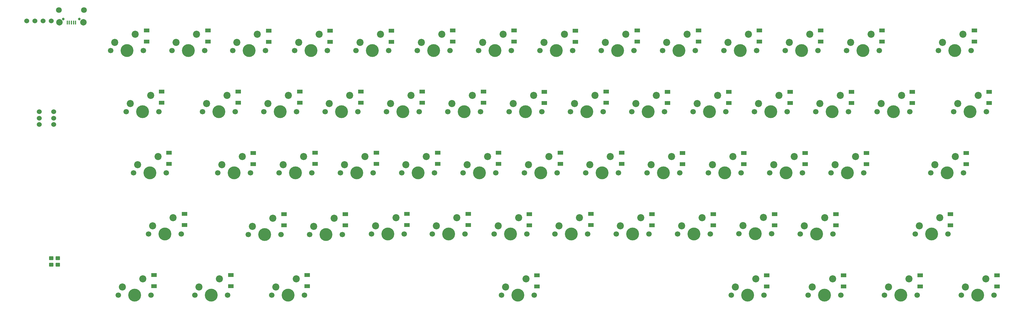
<source format=gbr>
%TF.GenerationSoftware,KiCad,Pcbnew,(6.0.7)*%
%TF.CreationDate,2022-09-03T19:18:48+08:00*%
%TF.ProjectId,Joker60_v2,4a6f6b65-7236-4305-9f76-322e6b696361,1.0*%
%TF.SameCoordinates,Original*%
%TF.FileFunction,Soldermask,Bot*%
%TF.FilePolarity,Negative*%
%FSLAX46Y46*%
G04 Gerber Fmt 4.6, Leading zero omitted, Abs format (unit mm)*
G04 Created by KiCad (PCBNEW (6.0.7)) date 2022-09-03 19:18:48*
%MOMM*%
%LPD*%
G01*
G04 APERTURE LIST*
G04 Aperture macros list*
%AMRoundRect*
0 Rectangle with rounded corners*
0 $1 Rounding radius*
0 $2 $3 $4 $5 $6 $7 $8 $9 X,Y pos of 4 corners*
0 Add a 4 corners polygon primitive as box body*
4,1,4,$2,$3,$4,$5,$6,$7,$8,$9,$2,$3,0*
0 Add four circle primitives for the rounded corners*
1,1,$1+$1,$2,$3*
1,1,$1+$1,$4,$5*
1,1,$1+$1,$6,$7*
1,1,$1+$1,$8,$9*
0 Add four rect primitives between the rounded corners*
20,1,$1+$1,$2,$3,$4,$5,0*
20,1,$1+$1,$4,$5,$6,$7,0*
20,1,$1+$1,$6,$7,$8,$9,0*
20,1,$1+$1,$8,$9,$2,$3,0*%
G04 Aperture macros list end*
%ADD10C,1.524000*%
%ADD11RoundRect,0.250000X0.450000X-0.350000X0.450000X0.350000X-0.450000X0.350000X-0.450000X-0.350000X0*%
%ADD12RoundRect,0.250000X-0.450000X0.350000X-0.450000X-0.350000X0.450000X-0.350000X0.450000X0.350000X0*%
%ADD13C,1.700000*%
%ADD14C,4.000000*%
%ADD15C,2.200000*%
%ADD16R,1.700000X1.300000*%
%ADD17C,0.800000*%
%ADD18R,0.450000X1.300000*%
%ADD19C,2.000000*%
%ADD20C,1.800000*%
G04 APERTURE END LIST*
D10*
%TO.C,U5*%
X46863000Y-146177000D03*
X49403000Y-146177000D03*
X51943000Y-146177000D03*
X54483000Y-146177000D03*
%TD*%
D11*
%TO.C,R13*%
X54483000Y-222107000D03*
X54483000Y-220107000D03*
%TD*%
D12*
%TO.C,R11*%
X56515000Y-222107000D03*
X56515000Y-220107000D03*
%TD*%
D13*
%TO.C,S62*%
X277622000Y-193548000D03*
D14*
X282702000Y-193548000D03*
D13*
X287782000Y-193548000D03*
D15*
X278892000Y-191008000D03*
X285242000Y-188468000D03*
%TD*%
D14*
%TO.C,S14*%
X182753000Y-174498000D03*
D13*
X187833000Y-174498000D03*
X177673000Y-174498000D03*
D15*
X178943000Y-171958000D03*
X185293000Y-169418000D03*
%TD*%
D13*
%TO.C,S26*%
X125857000Y-212725000D03*
D14*
X120777000Y-212725000D03*
D13*
X115697000Y-212725000D03*
D15*
X116967000Y-210185000D03*
X123317000Y-207645000D03*
%TD*%
D13*
%TO.C,S30*%
X202184000Y-212598000D03*
X192024000Y-212598000D03*
D14*
X197104000Y-212598000D03*
D15*
X193294000Y-210058000D03*
X199644000Y-207518000D03*
%TD*%
D13*
%TO.C,S24*%
X220472000Y-193548000D03*
X230632000Y-193548000D03*
D14*
X225552000Y-193548000D03*
D15*
X221742000Y-191008000D03*
X228092000Y-188468000D03*
%TD*%
D13*
%TO.C,S41*%
X75311000Y-231648000D03*
X85471000Y-231648000D03*
D14*
X80391000Y-231648000D03*
D15*
X76581000Y-229108000D03*
X82931000Y-226568000D03*
%TD*%
D13*
%TO.C,S25*%
X84709000Y-212598000D03*
X94869000Y-212598000D03*
D14*
X89789000Y-212598000D03*
D15*
X85979000Y-210058000D03*
X92329000Y-207518000D03*
%TD*%
D13*
%TO.C,S46*%
X323469000Y-231648000D03*
X313309000Y-231648000D03*
D14*
X318389000Y-231648000D03*
D15*
X314579000Y-229108000D03*
X320929000Y-226568000D03*
%TD*%
D13*
%TO.C,S3*%
X110871000Y-155448000D03*
X121031000Y-155448000D03*
D14*
X115951000Y-155448000D03*
D15*
X112141000Y-152908000D03*
X118491000Y-150368000D03*
%TD*%
D13*
%TO.C,S50*%
X259207000Y-212598000D03*
D14*
X254127000Y-212598000D03*
D13*
X249047000Y-212598000D03*
D15*
X250317000Y-210058000D03*
X256667000Y-207518000D03*
%TD*%
D14*
%TO.C,S32*%
X235077000Y-212598000D03*
D13*
X229997000Y-212598000D03*
X240157000Y-212598000D03*
D15*
X231267000Y-210058000D03*
X237617000Y-207518000D03*
%TD*%
D10*
%TO.C,Sw1*%
X50734400Y-178479200D03*
X50734400Y-176479200D03*
X50734400Y-174479200D03*
X55234400Y-178479200D03*
X55234400Y-176479200D03*
X55234400Y-174479200D03*
%TD*%
D13*
%TO.C,S4*%
X130048000Y-155448000D03*
D14*
X135128000Y-155448000D03*
D13*
X140208000Y-155448000D03*
D15*
X131318000Y-152908000D03*
X137668000Y-150368000D03*
%TD*%
D13*
%TO.C,S54*%
X272923000Y-174498000D03*
D14*
X278003000Y-174498000D03*
D13*
X283083000Y-174498000D03*
D15*
X274193000Y-171958000D03*
X280543000Y-169418000D03*
%TD*%
D13*
%TO.C,S19*%
X135382000Y-193548000D03*
X125222000Y-193548000D03*
D14*
X130302000Y-193548000D03*
D15*
X126492000Y-191008000D03*
X132842000Y-188468000D03*
%TD*%
D14*
%TO.C,S6*%
X173228000Y-155448000D03*
D13*
X168148000Y-155448000D03*
X178308000Y-155448000D03*
D15*
X169418000Y-152908000D03*
X175768000Y-150368000D03*
%TD*%
D13*
%TO.C,S63*%
X258572000Y-193548000D03*
X268732000Y-193548000D03*
D14*
X263652000Y-193548000D03*
D15*
X259842000Y-191008000D03*
X266192000Y-188468000D03*
%TD*%
D14*
%TO.C,S47*%
X294640000Y-231648000D03*
D13*
X289560000Y-231648000D03*
X299720000Y-231648000D03*
D15*
X290830000Y-229108000D03*
X297180000Y-226568000D03*
%TD*%
D14*
%TO.C,S7*%
X192278000Y-155448000D03*
D13*
X197358000Y-155448000D03*
X187198000Y-155448000D03*
D15*
X188468000Y-152908000D03*
X194818000Y-150368000D03*
%TD*%
D13*
%TO.C,S12*%
X139573000Y-174498000D03*
D14*
X144653000Y-174498000D03*
D13*
X149733000Y-174498000D03*
D15*
X140843000Y-171958000D03*
X147193000Y-169418000D03*
%TD*%
D14*
%TO.C,S1*%
X77978000Y-155448000D03*
D13*
X72898000Y-155448000D03*
X83058000Y-155448000D03*
D15*
X74168000Y-152908000D03*
X80518000Y-150368000D03*
%TD*%
D14*
%TO.C,S61*%
X301752000Y-193548000D03*
D13*
X296672000Y-193548000D03*
X306832000Y-193548000D03*
D15*
X297942000Y-191008000D03*
X304292000Y-188468000D03*
%TD*%
D13*
%TO.C,S21*%
X163322000Y-193548000D03*
X173482000Y-193548000D03*
D14*
X168402000Y-193548000D03*
D15*
X164592000Y-191008000D03*
X170942000Y-188468000D03*
%TD*%
D14*
%TO.C,S37*%
X287528000Y-155448000D03*
D13*
X292608000Y-155448000D03*
X282448000Y-155448000D03*
D15*
X283718000Y-152908000D03*
X290068000Y-150368000D03*
%TD*%
D14*
%TO.C,S59*%
X332740000Y-193548000D03*
D13*
X337820000Y-193548000D03*
X327660000Y-193548000D03*
D15*
X328930000Y-191008000D03*
X335280000Y-188468000D03*
%TD*%
D13*
%TO.C,S43*%
X133096000Y-231648000D03*
D14*
X128016000Y-231648000D03*
D13*
X122936000Y-231648000D03*
D15*
X124206000Y-229108000D03*
X130556000Y-226568000D03*
%TD*%
D13*
%TO.C,S48*%
X265684000Y-231648000D03*
D14*
X270764000Y-231648000D03*
D13*
X275844000Y-231648000D03*
D15*
X266954000Y-229108000D03*
X273304000Y-226568000D03*
%TD*%
D13*
%TO.C,S28*%
X164084000Y-212598000D03*
X153924000Y-212598000D03*
D14*
X159004000Y-212598000D03*
D15*
X155194000Y-210058000D03*
X161544000Y-207518000D03*
%TD*%
D13*
%TO.C,S17*%
X80010000Y-193548000D03*
X90170000Y-193548000D03*
D14*
X85090000Y-193548000D03*
D15*
X81280000Y-191008000D03*
X87630000Y-188468000D03*
%TD*%
D13*
%TO.C,S15*%
X196723000Y-174498000D03*
X206883000Y-174498000D03*
D14*
X201803000Y-174498000D03*
D15*
X197993000Y-171958000D03*
X204343000Y-169418000D03*
%TD*%
D13*
%TO.C,S58*%
X287147000Y-212598000D03*
X297307000Y-212598000D03*
D14*
X292227000Y-212598000D03*
D15*
X288417000Y-210058000D03*
X294767000Y-207518000D03*
%TD*%
D13*
%TO.C,S16*%
X215773000Y-174498000D03*
D14*
X220853000Y-174498000D03*
D13*
X225933000Y-174498000D03*
D15*
X217043000Y-171958000D03*
X223393000Y-169418000D03*
%TD*%
D13*
%TO.C,S27*%
X134747000Y-212725000D03*
X144907000Y-212725000D03*
D14*
X139827000Y-212725000D03*
D15*
X136017000Y-210185000D03*
X142367000Y-207645000D03*
%TD*%
D13*
%TO.C,S8*%
X206248000Y-155448000D03*
D14*
X211328000Y-155448000D03*
D13*
X216408000Y-155448000D03*
D15*
X207518000Y-152908000D03*
X213868000Y-150368000D03*
%TD*%
D13*
%TO.C,S5*%
X149098000Y-155448000D03*
X159258000Y-155448000D03*
D14*
X154178000Y-155448000D03*
D15*
X150368000Y-152908000D03*
X156718000Y-150368000D03*
%TD*%
D14*
%TO.C,S13*%
X163703000Y-174498000D03*
D13*
X168783000Y-174498000D03*
X158623000Y-174498000D03*
D15*
X159893000Y-171958000D03*
X166243000Y-169418000D03*
%TD*%
D14*
%TO.C,S35*%
X335153000Y-155448000D03*
D13*
X330073000Y-155448000D03*
X340233000Y-155448000D03*
D15*
X331343000Y-152908000D03*
X337693000Y-150368000D03*
%TD*%
D13*
%TO.C,S20*%
X154432000Y-193548000D03*
D14*
X149352000Y-193548000D03*
D13*
X144272000Y-193548000D03*
D15*
X145542000Y-191008000D03*
X151892000Y-188468000D03*
%TD*%
D13*
%TO.C,S11*%
X130683000Y-174498000D03*
X120523000Y-174498000D03*
D14*
X125603000Y-174498000D03*
D15*
X121793000Y-171958000D03*
X128143000Y-169418000D03*
%TD*%
D13*
%TO.C,S22*%
X182372000Y-193548000D03*
X192532000Y-193548000D03*
D14*
X187452000Y-193548000D03*
D15*
X183642000Y-191008000D03*
X189992000Y-188468000D03*
%TD*%
D13*
%TO.C,S60*%
X322834000Y-212598000D03*
X332994000Y-212598000D03*
D14*
X327914000Y-212598000D03*
D15*
X324104000Y-210058000D03*
X330454000Y-207518000D03*
%TD*%
D13*
%TO.C,S23*%
X201422000Y-193548000D03*
D14*
X206502000Y-193548000D03*
D13*
X211582000Y-193548000D03*
D15*
X202692000Y-191008000D03*
X209042000Y-188468000D03*
%TD*%
D13*
%TO.C,S40*%
X235458000Y-155448000D03*
D14*
X230378000Y-155448000D03*
D13*
X225298000Y-155448000D03*
D15*
X226568000Y-152908000D03*
X232918000Y-150368000D03*
%TD*%
D13*
%TO.C,S38*%
X273558000Y-155448000D03*
D14*
X268478000Y-155448000D03*
D13*
X263398000Y-155448000D03*
D15*
X264668000Y-152908000D03*
X271018000Y-150368000D03*
%TD*%
D14*
%TO.C,S44*%
X199390000Y-231648000D03*
D13*
X194310000Y-231648000D03*
X204470000Y-231648000D03*
D15*
X195580000Y-229108000D03*
X201930000Y-226568000D03*
%TD*%
D13*
%TO.C,S55*%
X253873000Y-174498000D03*
D14*
X258953000Y-174498000D03*
D13*
X264033000Y-174498000D03*
D15*
X255143000Y-171958000D03*
X261493000Y-169418000D03*
%TD*%
D14*
%TO.C,S39*%
X249428000Y-155448000D03*
D13*
X244348000Y-155448000D03*
X254508000Y-155448000D03*
D15*
X245618000Y-152908000D03*
X251968000Y-150368000D03*
%TD*%
D14*
%TO.C,S2*%
X97028000Y-155448000D03*
D13*
X102108000Y-155448000D03*
X91948000Y-155448000D03*
D15*
X93218000Y-152908000D03*
X99568000Y-150368000D03*
%TD*%
D14*
%TO.C,S34*%
X273177000Y-212471000D03*
D13*
X268097000Y-212471000D03*
X278257000Y-212471000D03*
D15*
X269367000Y-209931000D03*
X275717000Y-207391000D03*
%TD*%
D13*
%TO.C,S51*%
X344932000Y-174498000D03*
X334772000Y-174498000D03*
D14*
X339852000Y-174498000D03*
D15*
X336042000Y-171958000D03*
X342392000Y-169418000D03*
%TD*%
D13*
%TO.C,S45*%
X347345000Y-231648000D03*
D14*
X342265000Y-231648000D03*
D13*
X337185000Y-231648000D03*
D15*
X338455000Y-229108000D03*
X344805000Y-226568000D03*
%TD*%
D13*
%TO.C,S64*%
X249682000Y-193548000D03*
D14*
X244602000Y-193548000D03*
D13*
X239522000Y-193548000D03*
D15*
X240792000Y-191008000D03*
X247142000Y-188468000D03*
%TD*%
D13*
%TO.C,S9*%
X87884000Y-174498000D03*
D14*
X82804000Y-174498000D03*
D13*
X77724000Y-174498000D03*
D15*
X78994000Y-171958000D03*
X85344000Y-169418000D03*
%TD*%
D13*
%TO.C,S53*%
X291973000Y-174498000D03*
X302133000Y-174498000D03*
D14*
X297053000Y-174498000D03*
D15*
X293243000Y-171958000D03*
X299593000Y-169418000D03*
%TD*%
D14*
%TO.C,S18*%
X111252000Y-193548000D03*
D13*
X116332000Y-193548000D03*
X106172000Y-193548000D03*
D15*
X107442000Y-191008000D03*
X113792000Y-188468000D03*
%TD*%
D14*
%TO.C,S42*%
X104140000Y-231648000D03*
D13*
X99060000Y-231648000D03*
X109220000Y-231648000D03*
D15*
X100330000Y-229108000D03*
X106680000Y-226568000D03*
%TD*%
D13*
%TO.C,S52*%
X321183000Y-174498000D03*
X311023000Y-174498000D03*
D14*
X316103000Y-174498000D03*
D15*
X312293000Y-171958000D03*
X318643000Y-169418000D03*
%TD*%
D14*
%TO.C,S10*%
X106553000Y-174498000D03*
D13*
X101473000Y-174498000D03*
X111633000Y-174498000D03*
D15*
X102743000Y-171958000D03*
X109093000Y-169418000D03*
%TD*%
D13*
%TO.C,S29*%
X183007000Y-212598000D03*
D14*
X177927000Y-212598000D03*
D13*
X172847000Y-212598000D03*
D15*
X174117000Y-210058000D03*
X180467000Y-207518000D03*
%TD*%
D13*
%TO.C,S56*%
X244983000Y-174498000D03*
D14*
X239903000Y-174498000D03*
D13*
X234823000Y-174498000D03*
D15*
X236093000Y-171958000D03*
X242443000Y-169418000D03*
%TD*%
D13*
%TO.C,S36*%
X311658000Y-155448000D03*
X301498000Y-155448000D03*
D14*
X306578000Y-155448000D03*
D15*
X302768000Y-152908000D03*
X309118000Y-150368000D03*
%TD*%
D13*
%TO.C,S31*%
X210947000Y-212598000D03*
D14*
X216027000Y-212598000D03*
D13*
X221107000Y-212598000D03*
D15*
X212217000Y-210058000D03*
X218567000Y-207518000D03*
%TD*%
D16*
%TO.C,D32*%
X241046000Y-206403000D03*
X241046000Y-209903000D03*
%TD*%
%TO.C,D14*%
X188722000Y-168176000D03*
X188722000Y-171676000D03*
%TD*%
%TO.C,D51*%
X345821000Y-168303000D03*
X345821000Y-171803000D03*
%TD*%
%TO.C,D61*%
X307721000Y-187353000D03*
X307721000Y-190853000D03*
%TD*%
%TO.C,D28*%
X164973000Y-206276000D03*
X164973000Y-209776000D03*
%TD*%
%TO.C,D56*%
X245872000Y-168303000D03*
X245872000Y-171803000D03*
%TD*%
%TO.C,D58*%
X298196000Y-206403000D03*
X298196000Y-209903000D03*
%TD*%
%TO.C,D21*%
X174498000Y-187226000D03*
X174498000Y-190726000D03*
%TD*%
%TO.C,D47*%
X300609000Y-225453000D03*
X300609000Y-228953000D03*
%TD*%
%TO.C,D52*%
X321945000Y-168303000D03*
X321945000Y-171803000D03*
%TD*%
%TO.C,D26*%
X126746000Y-206403000D03*
X126746000Y-209903000D03*
%TD*%
%TO.C,D8*%
X217297000Y-149253000D03*
X217297000Y-152753000D03*
%TD*%
%TO.C,D24*%
X231648000Y-187226000D03*
X231648000Y-190726000D03*
%TD*%
%TO.C,D5*%
X160147000Y-149253000D03*
X160147000Y-152753000D03*
%TD*%
%TO.C,D55*%
X264922000Y-168303000D03*
X264922000Y-171803000D03*
%TD*%
%TO.C,D12*%
X150622000Y-168176000D03*
X150622000Y-171676000D03*
%TD*%
%TO.C,D29*%
X184023000Y-206276000D03*
X184023000Y-209776000D03*
%TD*%
%TO.C,D20*%
X155448000Y-187226000D03*
X155448000Y-190726000D03*
%TD*%
%TO.C,D27*%
X145796000Y-206403000D03*
X145796000Y-209903000D03*
%TD*%
%TO.C,D16*%
X226822000Y-168176000D03*
X226822000Y-171676000D03*
%TD*%
%TO.C,D42*%
X110236000Y-225326000D03*
X110236000Y-228826000D03*
%TD*%
%TO.C,D39*%
X255524000Y-149126000D03*
X255524000Y-152626000D03*
%TD*%
%TO.C,D35*%
X341249000Y-149126000D03*
X341249000Y-152626000D03*
%TD*%
%TO.C,D30*%
X202946000Y-206403000D03*
X202946000Y-209903000D03*
%TD*%
%TO.C,D54*%
X283972000Y-168303000D03*
X283972000Y-171803000D03*
%TD*%
%TO.C,D63*%
X269621000Y-187353000D03*
X269621000Y-190853000D03*
%TD*%
%TO.C,D25*%
X95885000Y-206276000D03*
X95885000Y-209776000D03*
%TD*%
%TO.C,D62*%
X288671000Y-187353000D03*
X288671000Y-190853000D03*
%TD*%
%TO.C,D15*%
X207645000Y-168303000D03*
X207645000Y-171803000D03*
%TD*%
%TO.C,D59*%
X338709000Y-187353000D03*
X338709000Y-190853000D03*
%TD*%
%TO.C,D13*%
X169672000Y-168176000D03*
X169672000Y-171676000D03*
%TD*%
%TO.C,D23*%
X212598000Y-187226000D03*
X212598000Y-190726000D03*
%TD*%
%TO.C,D2*%
X103124000Y-149126000D03*
X103124000Y-152626000D03*
%TD*%
%TO.C,D31*%
X222123000Y-206276000D03*
X222123000Y-209776000D03*
%TD*%
D17*
%TO.C,J1*%
X58206000Y-145573000D03*
X63206000Y-145573000D03*
D18*
X59406000Y-146673000D03*
X60056000Y-146673000D03*
X60706000Y-146673000D03*
X61356000Y-146673000D03*
X62006000Y-146673000D03*
D19*
X64431000Y-146623000D03*
D20*
X64581000Y-142823000D03*
X56831000Y-142823000D03*
D19*
X56981000Y-146623000D03*
%TD*%
D16*
%TO.C,D48*%
X276733000Y-225453000D03*
X276733000Y-228953000D03*
%TD*%
%TO.C,D10*%
X112522000Y-168176000D03*
X112522000Y-171676000D03*
%TD*%
%TO.C,D3*%
X122047000Y-149253000D03*
X122047000Y-152753000D03*
%TD*%
%TO.C,D6*%
X179197000Y-149126000D03*
X179197000Y-152626000D03*
%TD*%
%TO.C,D45*%
X348234000Y-225453000D03*
X348234000Y-228953000D03*
%TD*%
%TO.C,D1*%
X84074000Y-149126000D03*
X84074000Y-152626000D03*
%TD*%
%TO.C,D17*%
X91059000Y-187226000D03*
X91059000Y-190726000D03*
%TD*%
%TO.C,D41*%
X86360000Y-225326000D03*
X86360000Y-228826000D03*
%TD*%
%TO.C,D18*%
X117221000Y-187353000D03*
X117221000Y-190853000D03*
%TD*%
%TO.C,D64*%
X250571000Y-187353000D03*
X250571000Y-190853000D03*
%TD*%
%TO.C,D53*%
X303022000Y-168303000D03*
X303022000Y-171803000D03*
%TD*%
%TO.C,D7*%
X198247000Y-149126000D03*
X198247000Y-152626000D03*
%TD*%
%TO.C,D43*%
X133985000Y-225326000D03*
X133985000Y-228826000D03*
%TD*%
%TO.C,D37*%
X293497000Y-149126000D03*
X293497000Y-152626000D03*
%TD*%
%TO.C,D11*%
X131699000Y-168176000D03*
X131699000Y-171676000D03*
%TD*%
%TO.C,D34*%
X279146000Y-206403000D03*
X279146000Y-209903000D03*
%TD*%
%TO.C,D19*%
X136398000Y-187226000D03*
X136398000Y-190726000D03*
%TD*%
%TO.C,D4*%
X141097000Y-149253000D03*
X141097000Y-152753000D03*
%TD*%
%TO.C,D46*%
X324358000Y-225453000D03*
X324358000Y-228953000D03*
%TD*%
%TO.C,D22*%
X193421000Y-187226000D03*
X193421000Y-190726000D03*
%TD*%
%TO.C,D36*%
X312547000Y-149126000D03*
X312547000Y-152626000D03*
%TD*%
%TO.C,D38*%
X274447000Y-149126000D03*
X274447000Y-152626000D03*
%TD*%
%TO.C,D40*%
X236474000Y-149126000D03*
X236474000Y-152626000D03*
%TD*%
%TO.C,D50*%
X260096000Y-206403000D03*
X260096000Y-209903000D03*
%TD*%
%TO.C,D44*%
X205359000Y-225453000D03*
X205359000Y-228953000D03*
%TD*%
%TO.C,D60*%
X333756000Y-206403000D03*
X333756000Y-209903000D03*
%TD*%
%TO.C,D9*%
X88773000Y-168176000D03*
X88773000Y-171676000D03*
%TD*%
M02*

</source>
